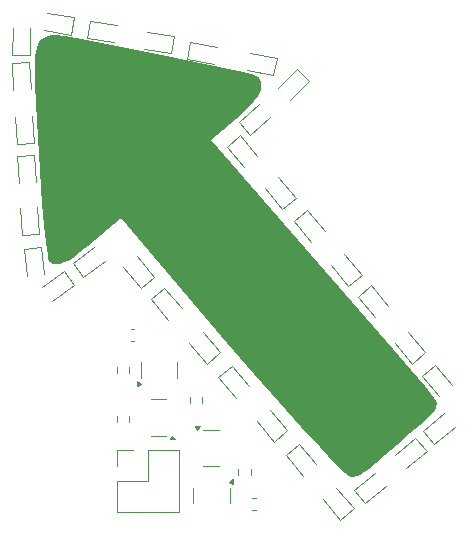
<source format=gbr>
%TF.GenerationSoftware,KiCad,Pcbnew,8.0.5*%
%TF.CreationDate,2024-10-10T15:52:27-04:00*%
%TF.ProjectId,MovieMarqueeSAO,4d6f7669-654d-4617-9271-75656553414f,rev?*%
%TF.SameCoordinates,Original*%
%TF.FileFunction,Legend,Top*%
%TF.FilePolarity,Positive*%
%FSLAX46Y46*%
G04 Gerber Fmt 4.6, Leading zero omitted, Abs format (unit mm)*
G04 Created by KiCad (PCBNEW 8.0.5) date 2024-10-10 15:52:27*
%MOMM*%
%LPD*%
G01*
G04 APERTURE LIST*
%ADD10C,0.000000*%
%ADD11C,0.120000*%
G04 APERTURE END LIST*
D10*
G36*
X131490045Y-77790545D02*
G01*
X133380089Y-78132904D01*
X138896757Y-79212236D01*
X144509894Y-80371422D01*
X146520525Y-80813599D01*
X147556736Y-81074905D01*
X147609835Y-81095027D01*
X147660368Y-81118434D01*
X147708314Y-81145007D01*
X147753650Y-81174627D01*
X147796353Y-81207177D01*
X147836402Y-81242536D01*
X147873773Y-81280587D01*
X147908446Y-81321210D01*
X147940397Y-81364287D01*
X147969605Y-81409700D01*
X147996046Y-81457329D01*
X148019699Y-81507055D01*
X148040541Y-81558761D01*
X148058551Y-81612327D01*
X148073705Y-81667635D01*
X148085982Y-81724565D01*
X148095359Y-81783000D01*
X148101814Y-81842820D01*
X148105325Y-81903907D01*
X148105869Y-81966142D01*
X148103424Y-82029406D01*
X148097968Y-82093581D01*
X148089479Y-82158548D01*
X148077933Y-82224188D01*
X148063310Y-82290383D01*
X148045587Y-82357013D01*
X148024740Y-82423961D01*
X148000749Y-82491106D01*
X147973591Y-82558332D01*
X147943243Y-82625518D01*
X147909684Y-82692546D01*
X147872890Y-82759298D01*
X147824664Y-82836002D01*
X147762304Y-82923920D01*
X147686791Y-83022027D01*
X147599110Y-83129299D01*
X147500243Y-83244710D01*
X147391173Y-83367236D01*
X147272884Y-83495852D01*
X147146357Y-83629533D01*
X146872526Y-83907989D01*
X146577543Y-84194406D01*
X146269273Y-84480584D01*
X146112613Y-84621022D01*
X145955579Y-84758325D01*
X143891054Y-86558872D01*
X150651556Y-94392788D01*
X159277232Y-104234675D01*
X160809610Y-106006332D01*
X161972924Y-107403523D01*
X162707453Y-108376780D01*
X162895260Y-108688974D01*
X162953474Y-108876632D01*
X162944590Y-108988789D01*
X162939134Y-109040580D01*
X162932179Y-109090396D01*
X162923107Y-109138897D01*
X162911300Y-109186746D01*
X162896140Y-109234605D01*
X162877011Y-109283134D01*
X162853293Y-109332996D01*
X162824370Y-109384852D01*
X162789623Y-109439364D01*
X162748436Y-109497193D01*
X162700190Y-109559002D01*
X162644267Y-109625452D01*
X162580051Y-109697204D01*
X162506922Y-109774921D01*
X162424265Y-109859263D01*
X162331460Y-109950893D01*
X162227890Y-110050473D01*
X162112937Y-110158663D01*
X161846414Y-110403523D01*
X161526948Y-110690768D01*
X161149598Y-111025689D01*
X160709423Y-111413581D01*
X159620828Y-112369449D01*
X158617844Y-113242876D01*
X157833023Y-113907593D01*
X157511229Y-114170346D01*
X157230543Y-114391314D01*
X156986488Y-114573962D01*
X156774586Y-114721754D01*
X156590359Y-114838153D01*
X156429330Y-114926624D01*
X156287021Y-114990632D01*
X156158955Y-115033639D01*
X156040654Y-115059111D01*
X155927642Y-115070512D01*
X155815439Y-115071306D01*
X155699569Y-115064956D01*
X155623266Y-115041742D01*
X155518191Y-114981821D01*
X155224833Y-114755748D01*
X154825700Y-114394526D01*
X154326999Y-113905944D01*
X153734936Y-113297791D01*
X153055717Y-112577854D01*
X151460635Y-110833785D01*
X149591400Y-108736045D01*
X147497662Y-106346943D01*
X145229067Y-103728787D01*
X142835266Y-100943884D01*
X136200000Y-93200000D01*
X133410874Y-95534208D01*
X133051711Y-95830224D01*
X132720932Y-96093022D01*
X132416895Y-96323481D01*
X132137960Y-96522481D01*
X131882483Y-96690901D01*
X131648824Y-96829621D01*
X131435341Y-96939519D01*
X131240391Y-97021475D01*
X131062333Y-97076369D01*
X130979126Y-97093942D01*
X130899526Y-97105079D01*
X130823328Y-97109890D01*
X130750327Y-97108485D01*
X130680317Y-97100974D01*
X130613095Y-97087467D01*
X130548453Y-97068073D01*
X130486187Y-97042903D01*
X130426093Y-97012066D01*
X130367964Y-96975673D01*
X130256781Y-96886657D01*
X130150999Y-96776733D01*
X130135697Y-96753583D01*
X130119869Y-96719164D01*
X130086780Y-96617744D01*
X130052023Y-96474938D01*
X130015890Y-96293207D01*
X129940667Y-95822826D01*
X129863446Y-95226304D01*
X129786565Y-94523344D01*
X129712359Y-93733650D01*
X129643166Y-92876925D01*
X129581323Y-91972873D01*
X129061400Y-83543351D01*
X128973514Y-81862085D01*
X128951196Y-81155653D01*
X128945079Y-80531974D01*
X128956501Y-79986009D01*
X128986803Y-79512722D01*
X129037321Y-79107076D01*
X129109396Y-78764034D01*
X129204365Y-78478558D01*
X129323568Y-78245612D01*
X129392675Y-78147264D01*
X129468343Y-78060159D01*
X129550738Y-77983668D01*
X129640028Y-77917161D01*
X129839964Y-77811581D01*
X130069487Y-77738383D01*
X130329938Y-77692530D01*
X130622655Y-77668984D01*
X131490045Y-77790545D01*
G37*
D11*
%TO.C,J1*%
X141130000Y-112830000D02*
X141130000Y-118030000D01*
X138530000Y-115430000D02*
X138530000Y-112830000D01*
X138530000Y-112830000D02*
X141130000Y-112830000D01*
X135930000Y-118030000D02*
X141130000Y-118030000D01*
X135930000Y-115430000D02*
X138530000Y-115430000D01*
X135930000Y-115430000D02*
X135930000Y-118030000D01*
X135930000Y-114160000D02*
X135930000Y-112830000D01*
X135930000Y-112830000D02*
X137260000Y-112830000D01*
%TO.C,D32*%
X157737129Y-114728922D02*
X155986717Y-116197692D01*
X156931614Y-117323776D02*
X158682026Y-115855010D01*
X155986717Y-116197692D02*
X156931614Y-117323776D01*
%TO.C,D31*%
X162110024Y-112908503D02*
X161165127Y-111782419D01*
X161165127Y-111782419D02*
X159414715Y-113251188D01*
X160359615Y-114377273D02*
X162110024Y-112908503D01*
%TO.C,D30*%
X161793235Y-111185302D02*
X162738132Y-112311386D01*
X162738132Y-112311386D02*
X164488544Y-110842617D01*
X163543644Y-109716532D02*
X161793235Y-111185302D01*
%TO.C,D29*%
X162802308Y-105586717D02*
X161676224Y-106531614D01*
X161676224Y-106531614D02*
X163144993Y-108282026D01*
X164271078Y-107337126D02*
X162802308Y-105586717D01*
%TO.C,R4*%
X135877500Y-106262258D02*
X135877500Y-105787742D01*
X136922500Y-106262258D02*
X136922500Y-105787742D01*
%TO.C,R3*%
X143122500Y-108337742D02*
X143122500Y-108812258D01*
X142077500Y-108337742D02*
X142077500Y-108812258D01*
%TO.C,R2*%
X136922500Y-109937742D02*
X136922500Y-110412258D01*
X135877500Y-109937742D02*
X135877500Y-110412258D01*
%TO.C,R1*%
X146177500Y-114912258D02*
X146177500Y-114437742D01*
X147222500Y-114912258D02*
X147222500Y-114437742D01*
%TO.C,Q4*%
X145740000Y-115740000D02*
X145410000Y-115500000D01*
X145740000Y-115260000D01*
X145740000Y-115740000D01*
G36*
X145740000Y-115740000D02*
G01*
X145410000Y-115500000D01*
X145740000Y-115260000D01*
X145740000Y-115740000D01*
G37*
X142340000Y-116662500D02*
X142340000Y-117312500D01*
X142340000Y-116662500D02*
X142340000Y-116012500D01*
X145460000Y-116662500D02*
X145460000Y-117312500D01*
X145460000Y-116662500D02*
X145460000Y-116012500D01*
%TO.C,Q2*%
X143862500Y-111090000D02*
X143212500Y-111090000D01*
X143862500Y-111090000D02*
X144512500Y-111090000D01*
X143862500Y-114210000D02*
X143212500Y-114210000D01*
X143862500Y-114210000D02*
X144512500Y-114210000D01*
X142700000Y-111140000D02*
X142460000Y-110810000D01*
X142940000Y-110810000D01*
X142700000Y-111140000D01*
G36*
X142700000Y-111140000D02*
G01*
X142460000Y-110810000D01*
X142940000Y-110810000D01*
X142700000Y-111140000D01*
G37*
%TO.C,Q1*%
X139425000Y-111647500D02*
X140075000Y-111647500D01*
X139425000Y-111647500D02*
X138775000Y-111647500D01*
X139425000Y-108527500D02*
X140075000Y-108527500D01*
X139425000Y-108527500D02*
X138775000Y-108527500D01*
X140827500Y-111927500D02*
X140347500Y-111927500D01*
X140587500Y-111597500D01*
X140827500Y-111927500D01*
G36*
X140827500Y-111927500D02*
G01*
X140347500Y-111927500D01*
X140587500Y-111597500D01*
X140827500Y-111927500D01*
G37*
%TO.C,D28*%
X160885302Y-105506765D02*
X162011386Y-104561868D01*
X162011386Y-104561868D02*
X160542617Y-102811456D01*
X159416532Y-103756356D02*
X160885302Y-105506765D01*
%TO.C,D27*%
X157408503Y-98889976D02*
X156282419Y-99834873D01*
X156282419Y-99834873D02*
X157751188Y-101585285D01*
X158877273Y-100640385D02*
X157408503Y-98889976D01*
%TO.C,D26*%
X155485302Y-98906765D02*
X156611386Y-97961868D01*
X156611386Y-97961868D02*
X155142617Y-96211456D01*
X154016532Y-97156356D02*
X155485302Y-98906765D01*
%TO.C,D25*%
X152002308Y-92486717D02*
X150876224Y-93431614D01*
X150876224Y-93431614D02*
X152344993Y-95182026D01*
X153471078Y-94237126D02*
X152002308Y-92486717D01*
%TO.C,D24*%
X149885302Y-92406765D02*
X151011386Y-91461868D01*
X151011386Y-91461868D02*
X149542617Y-89711456D01*
X148416532Y-90656356D02*
X149885302Y-92406765D01*
%TO.C,D23*%
X146308503Y-86189976D02*
X145182419Y-87134873D01*
X145182419Y-87134873D02*
X146651185Y-88885285D01*
X147777273Y-87940388D02*
X146308503Y-86189976D01*
%TO.C,D22*%
X147902707Y-83518484D02*
X146204620Y-85047446D01*
X147188242Y-86139870D02*
X148886328Y-84610911D01*
X146204620Y-85047446D02*
X147188242Y-86139870D01*
%TO.C,D21*%
X152169777Y-81569671D02*
X151130328Y-80530224D01*
X151130328Y-80530224D02*
X149514592Y-82145961D01*
X150554041Y-83185410D02*
X152169777Y-81569671D01*
%TO.C,D20*%
X149117472Y-81104847D02*
X149397961Y-79661856D01*
X149397961Y-79661856D02*
X147154944Y-79225856D01*
X146874454Y-80668850D02*
X149117472Y-81104847D01*
%TO.C,D19*%
X142109497Y-78244891D02*
X141829008Y-79687882D01*
X141829008Y-79687882D02*
X144072025Y-80123882D01*
X144352515Y-78680888D02*
X142109497Y-78244891D01*
%TO.C,D18*%
X140434808Y-79244953D02*
X140690071Y-77797286D01*
X140690071Y-77797286D02*
X138439786Y-77400499D01*
X138184523Y-78848168D02*
X140434808Y-79244953D01*
%TO.C,D17*%
X133640728Y-76455047D02*
X133385465Y-77902714D01*
X133385465Y-77902714D02*
X135635750Y-78299501D01*
X135891013Y-76851832D02*
X133640728Y-76455047D01*
%TO.C,D16*%
X131959273Y-77644953D02*
X132214535Y-76197286D01*
X132214535Y-76197286D02*
X129964248Y-75800502D01*
X129708986Y-77248169D02*
X131959273Y-77644953D01*
%TO.C,D15*%
X127025449Y-79359327D02*
X128495226Y-79384981D01*
X128495226Y-79384981D02*
X128535104Y-77100329D01*
X127065327Y-77074675D02*
X127025449Y-79359327D01*
%TO.C,D14*%
X128575864Y-82246856D02*
X128456274Y-79964988D01*
X126988288Y-80041922D02*
X127107877Y-82323791D01*
X128456274Y-79964988D02*
X126988288Y-80041922D01*
%TO.C,D13*%
X127415446Y-86918235D02*
X128881865Y-86815693D01*
X128881865Y-86815693D02*
X128722470Y-84536258D01*
X127256050Y-84638802D02*
X127415446Y-86918235D01*
%TO.C,D12*%
X128884555Y-87852926D02*
X127418135Y-87955470D01*
X127418135Y-87955470D02*
X127577530Y-90234905D01*
X129043948Y-90132360D02*
X128884555Y-87852926D01*
%TO.C,D11*%
X127825312Y-94618236D02*
X129291731Y-94515692D01*
X129291731Y-94515692D02*
X129132336Y-92236257D01*
X127665918Y-92338802D02*
X127825312Y-94618236D01*
%TO.C,D10*%
X129727016Y-97904463D02*
X129448547Y-95636493D01*
X127989503Y-95815644D02*
X128267976Y-98083612D01*
X129448547Y-95636493D02*
X127989503Y-95815644D01*
%TO.C,D9*%
X132270512Y-98858885D02*
X131406468Y-97669629D01*
X131406468Y-97669629D02*
X129557864Y-99012719D01*
X130421908Y-100201974D02*
X132270512Y-98858885D01*
%TO.C,D8*%
X132142769Y-96980628D02*
X133027436Y-98154623D01*
X133027436Y-98154623D02*
X134852319Y-96779475D01*
X133967650Y-95605480D02*
X132142769Y-96980628D01*
%TO.C,D7*%
X136422728Y-97359614D02*
X137891497Y-99110026D01*
X139017582Y-98165126D02*
X137548812Y-96414715D01*
X137891497Y-99110026D02*
X139017582Y-98165126D01*
%TO.C,D6*%
X139902308Y-99086714D02*
X138776223Y-100031614D01*
X138776223Y-100031614D02*
X140244993Y-101782025D01*
X141371077Y-100837126D02*
X139902308Y-99086714D01*
%TO.C,D5*%
X143485302Y-105506766D02*
X144611387Y-104561866D01*
X144611387Y-104561866D02*
X143142617Y-102811455D01*
X142016533Y-103756354D02*
X143485302Y-105506766D01*
%TO.C,D4*%
X145602308Y-105686714D02*
X144476223Y-106631614D01*
X144476223Y-106631614D02*
X145944993Y-108382025D01*
X147071077Y-107437126D02*
X145602308Y-105686714D01*
%TO.C,D3*%
X149185302Y-112106766D02*
X150311387Y-111161866D01*
X150311387Y-111161866D02*
X148842617Y-109411455D01*
X147716533Y-110356354D02*
X149185302Y-112106766D01*
%TO.C,D2*%
X152771077Y-114037126D02*
X151302308Y-112286714D01*
X150176223Y-113231614D02*
X151644993Y-114982025D01*
X151302308Y-112286714D02*
X150176223Y-113231614D01*
%TO.C,D1*%
X154791497Y-118710026D02*
X155917582Y-117765126D01*
X155917582Y-117765126D02*
X154448812Y-116014715D01*
X153322728Y-116959614D02*
X154791497Y-118710026D01*
%TO.C,C2*%
X147359421Y-117910003D02*
X147640582Y-117910001D01*
X147359418Y-116889999D02*
X147640579Y-116889997D01*
%TO.C,C1*%
X137365580Y-103610000D02*
X137084420Y-103610000D01*
X137365580Y-102590000D02*
X137084420Y-102590000D01*
%TO.C,Q3*%
X137890000Y-106037500D02*
X137890000Y-106687500D01*
X137890000Y-106037500D02*
X137890000Y-105387500D01*
X141010000Y-106037500D02*
X141010000Y-106687500D01*
X141010000Y-106037500D02*
X141010000Y-105387500D01*
X137940000Y-107200000D02*
X137610000Y-107440000D01*
X137610000Y-106960000D01*
X137940000Y-107200000D01*
G36*
X137940000Y-107200000D02*
G01*
X137610000Y-107440000D01*
X137610000Y-106960000D01*
X137940000Y-107200000D01*
G37*
%TD*%
M02*

</source>
